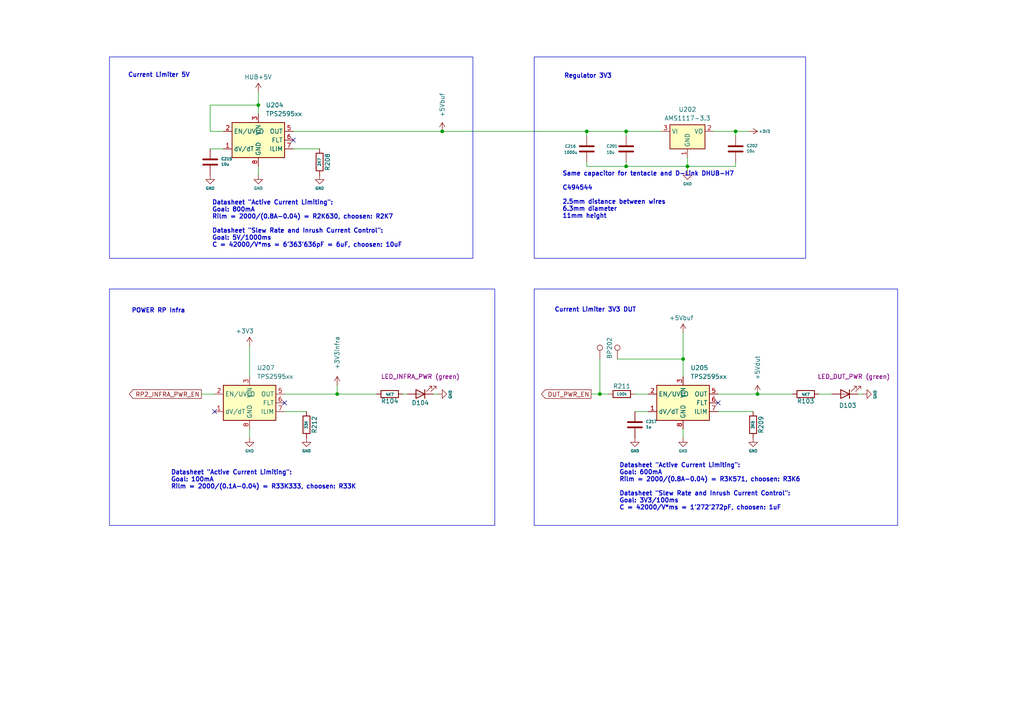
<source format=kicad_sch>
(kicad_sch (version 20250114) (generator "eeschema") (generator_version "9.0")
  (paper "A4")
  (lib_symbols
    (symbol "00_project_library:+3V3infra" (power) (pin_numbers (hide yes)) (pin_names (offset 0) (hide yes))
      (property "Value" "+3V3infra" (at 0 3.556 0))
      (symbol "+3V3infra_0_1"
        (polyline (pts (xy -0.762 1.27) (xy 0 2.54)))
        (polyline (pts (xy 0 2.54) (xy 0.762 1.27)))
        (polyline (pts (xy 0 0) (xy 0 2.54)))
      )
      (symbol "+3V3infra_1_1"
        (pin power_in line (at 0 0 90) (length 0) (name "~") (number "1"))
      )
    )
    (symbol "00_project_library:+5Vbuf" (power) (pin_numbers (hide yes)) (pin_names (offset 0) (hide yes))
      (property "Value" "+5Vbuf" (at 0 3.556 0))
      (symbol "+5Vbuf_0_1"
        (polyline (pts (xy -0.762 1.27) (xy 0 2.54)))
        (polyline (pts (xy 0 2.54) (xy 0.762 1.27)))
        (polyline (pts (xy 0 0) (xy 0 2.54)))
      )
      (symbol "+5Vbuf_1_1"
        (pin power_in line (at 0 0 90) (length 0) (name "~") (number "1"))
      )
    )
    (symbol "00_project_library:+5Vdut" (power) (pin_numbers (hide yes)) (pin_names (offset 0) (hide yes))
      (property "Value" "+5Vdut" (at 0 3.556 0))
      (symbol "+5Vdut_0_1"
        (polyline (pts (xy -0.762 1.27) (xy 0 2.54)))
        (polyline (pts (xy 0 2.54) (xy 0.762 1.27)))
        (polyline (pts (xy 0 0) (xy 0 2.54)))
      )
      (symbol "+5Vdut_1_1"
        (pin power_in line (at 0 0 90) (length 0) (name "~") (number "1"))
      )
    )
    (symbol "00_project_library:AMS1117-3.3"
      (property "Reference" "U" (at -3.81 3.175 0))
      (property "Value" "AMS1117-3.3" (at 0 3.175 0))
      (symbol "AMS1117-3.3_0_1"
        (rectangle (start -5.08 1.905) (end 5.08 -5.08) (stroke (width 0.254)) (fill (type background)))
      )
      (symbol "AMS1117-3.3_1_1"
        (pin power_in line (at -7.62 0 0) (length 2.54) (name "VI") (number "3"))
        (pin power_in line (at 0 -7.62 90) (length 2.54) (name "GND") (number "1"))
        (pin power_out line (at 7.62 0 180) (length 2.54) (name "VO") (number "2"))
      )
    )
    (symbol "00_project_library:C" (pin_numbers (hide yes)) (pin_names (offset 0.254))
      (property "Reference" "C" (at 0.635 2.54 0))
      (property "Value" "C" (at 0.635 -2.54 0))
      (symbol "C_0_1"
        (polyline (pts (xy -2.032 0.762) (xy 2.032 0.762)) (stroke (width 0.508)))
        (polyline (pts (xy -2.032 -0.762) (xy 2.032 -0.762)) (stroke (width 0.508)))
      )
      (symbol "C_1_1"
        (pin passive line (at 0 3.81 270) (length 2.794) (name "~") (number "1"))
        (pin passive line (at 0 -3.81 90) (length 2.794) (name "~") (number "2"))
      )
    )
    (symbol "00_project_library:HUB+5V" (power) (pin_numbers (hide yes)) (pin_names (offset 0) (hide yes))
      (property "Value" "HUB+5V" (at 0 3.556 0))
      (symbol "HUB+5V_0_1"
        (polyline (pts (xy -0.762 1.27) (xy 0 2.54)))
        (polyline (pts (xy 0 2.54) (xy 0.762 1.27)))
        (polyline (pts (xy 0 0) (xy 0 2.54)))
      )
      (symbol "HUB+5V_1_1"
        (pin power_in line (at 0 0 90) (length 0) (name "~") (number "1"))
      )
    )
    (symbol "00_project_library:LED GREEN" (pin_numbers (hide yes)) (pin_names (offset 1.016) (hide yes))
      (property "Reference" "D" (at 0 2.54 0))
      (property "Value" "LED GREEN" (at 0 -2.54 0))
      (symbol "LED GREEN_0_1"
        (polyline (pts (xy -3.048 -0.762) (xy -4.572 -2.286) (xy -3.81 -2.286) (xy -4.572 -2.286) (xy -4.572 -1.524)))
        (polyline (pts (xy -1.778 -0.762) (xy -3.302 -2.286) (xy -2.54 -2.286) (xy -3.302 -2.286) (xy -3.302 -1.524)))
        (polyline (pts (xy -1.27 0) (xy 1.27 0)))
        (polyline (pts (xy -1.27 -1.27) (xy -1.27 1.27)) (stroke (width 0.254)))
        (polyline (pts (xy 1.27 -1.27) (xy 1.27 1.27) (xy -1.27 0) (xy 1.27 -1.27)) (stroke (width 0.254)))
      )
      (symbol "LED GREEN_1_1"
        (pin passive line (at -3.81 0 0) (length 2.54) (name "K") (number "1"))
        (pin passive line (at 3.81 0 180) (length 2.54) (name "A") (number "2"))
      )
    )
    (symbol "00_project_library:TPS2595xx"
      (property "Reference" "U" (at -6.35 6.35 0))
      (property "Value" "TPS2595xx" (at 6.35 6.35 0))
      (symbol "TPS2595xx_0_1"
        (rectangle (start -7.62 5.08) (end 7.62 -5.08) (stroke (width 0.254)) (fill (type background)))
      )
      (symbol "TPS2595xx_1_0"
        (pin power_in line (at 10.16 -7.62 180) (length 2.54) (hide yes) (name "GND") (number "9"))
      )
      (symbol "TPS2595xx_1_1"
        (pin input line (at -10.16 2.54 0) (length 2.54) (name "EN/UVLO") (number "2"))
        (pin input line (at -10.16 -2.54 0) (length 2.54) (name "dV/dT") (number "1"))
        (pin power_in line (at 0 7.62 270) (length 2.54) (name "VIN") (number "3"))
        (pin passive line (at 0 7.62 270) (length 2.54) (hide yes) (name "VIN") (number "4"))
        (pin power_in line (at 0 -7.62 90) (length 2.54) (name "GND") (number "8"))
        (pin power_out line (at 10.16 2.54 180) (length 2.54) (name "OUT") (number "5"))
        (pin output line (at 10.16 0 180) (length 2.54) (name "FLT") (number "6"))
        (pin output line (at 10.16 -2.54 180) (length 2.54) (name "ILIM") (number "7"))
      )
    )
    (symbol "00_project_library:octoprobe_breakout_BP" (pin_numbers (hide yes)) (pin_names (offset 0.762) (hide yes))
      (property "Reference" "BP" (at 0 6.858 0))
      (property "Value" "octoprobe_prototype_board" (at 0 5.08 0))
      (symbol "octoprobe_breakout_BP_0_1"
        (circle (center 0 3.302) (radius 0.762))
      )
      (symbol "octoprobe_breakout_BP_1_1"
        (pin passive line (at 0 0 90) (length 2.54) (name "1") (number "1"))
      )
    )
    (symbol "Device:R" (pin_numbers (hide yes)) (pin_names (offset 0))
      (property "Reference" "R" (at 2.032 0 90))
      (property "Value" "R" (at 0 0 90))
      (symbol "R_0_1"
        (rectangle (start -1.016 -2.54) (end 1.016 2.54) (stroke (width 0.254)))
      )
      (symbol "R_1_1"
        (pin passive line (at 0 3.81 270) (length 1.27) (name "~") (number "1"))
        (pin passive line (at 0 -3.81 90) (length 1.27) (name "~") (number "2"))
      )
    )
    (symbol "power:+3V3" (power) (pin_numbers (hide yes)) (pin_names (offset 0) (hide yes))
      (property "Value" "+3V3" (at 0 3.556 0))
      (symbol "+3V3_0_1"
        (polyline (pts (xy -0.762 1.27) (xy 0 2.54)))
        (polyline (pts (xy 0 2.54) (xy 0.762 1.27)))
        (polyline (pts (xy 0 0) (xy 0 2.54)))
      )
      (symbol "+3V3_1_1"
        (pin power_in line (at 0 0 90) (length 0) (name "~") (number "1"))
      )
    )
    (symbol "power:+5V" (power) (pin_numbers (hide yes)) (pin_names (offset 0) (hide yes))
      (property "Value" "+5V" (at 0 3.556 0))
      (symbol "+5V_0_1"
        (polyline (pts (xy -0.762 1.27) (xy 0 2.54)))
        (polyline (pts (xy 0 2.54) (xy 0.762 1.27)))
        (polyline (pts (xy 0 0) (xy 0 2.54)))
      )
      (symbol "+5V_1_1"
        (pin power_in line (at 0 0 90) (length 0) (name "~") (number "1"))
      )
    )
    (symbol "power:GND" (power) (pin_numbers (hide yes)) (pin_names (offset 0) (hide yes))
      (property "Value" "GND" (at 0 -3.81 0))
      (symbol "GND_0_1"
        (polyline (pts (xy 0 0) (xy 0 -1.27) (xy 1.27 -1.27) (xy 0 -2.54) (xy -1.27 -1.27) (xy 0 -1.27)))
      )
      (symbol "GND_1_1"
        (pin power_in line (at 0 0 270) (length 0) (name "~") (number "1"))
      )
    )
  )
  (rectangle (start 31.75 16.51) (end 137.16 74.93))
  (rectangle (start 31.75 83.82) (end 143.51 152.4))
  (rectangle (start 154.94 16.51) (end 233.68 74.93))
  (rectangle (start 154.94 83.82) (end 260.35 152.4))
  (text "Current Limiter 3V3 DUT" (at 160.782 90.678 0) (effects (font (size 1.27 1.27) (thickness 0.254) (bold yes)) (justify left bottom)))
  (text "Datasheet \"Active Current Limiting\":\nGoal: 600mA\nRilm = 2000/(0.8A-0.04) = R3K571, choosen: R3K6\n\nDatasheet \"Slew Rate and Inrush Current Control\":\nGoal: 3V3/100ms\nC = 42000/V*ms = 1'272'272pF, choosen: 1uF" (at 179.578 148.082 0) (effects (font (size 1.27 1.27) (thickness 0.254) (bold yes)) (justify left bottom)))
  (text "Datasheet \"Active Current Limiting\":\nGoal: 800mA\nRilm = 2000/(0.8A-0.04) = R2K630, choosen: R2K7\n\nDatasheet \"Slew Rate and Inrush Current Control\":\nGoal: 5V/1000ms\nC = 42000/V*ms = 6'363'636pF = 6uF, choosen: 10uF" (at 61.468 71.882 0) (effects (font (size 1.27 1.27) (thickness 0.254) (bold yes)) (justify left bottom)))
  (text "Regulator 3V3" (at 163.576 22.86 0) (effects (font (size 1.27 1.27) (thickness 0.254) (bold yes)) (justify left bottom)))
  (text "Current Limiter 5V" (at 37.084 22.606 0) (effects (font (size 1.27 1.27) (thickness 0.254) (bold yes)) (justify left bottom)))
  (text "Datasheet \"Active Current Limiting\":\nGoal: 100mA\nRilm = 2000/(0.1A-0.04) = R33K333, choosen: R33K" (at 49.53 141.986 0) (effects (font (size 1.27 1.27) (thickness 0.254) (bold yes)) (justify left bottom)))
  (text "POWER RP Infra" (at 38.1 90.932 0) (effects (font (size 1.27 1.27) (thickness 0.254) (bold yes)) (justify left bottom)))
  (text "Same capacitor for tentacle and D-Link DHUB-H7\n\nC494544\n\n2.5mm distance between wires\n6.3mm diameter\n11mm height" (at 163.068 63.5 0) (effects (font (size 1.27 1.27) (thickness 0.254) (bold yes)) (justify left bottom)))
  (junction (at 170.18 38.1))
  (junction (at 181.61 48.26))
  (junction (at 181.61 38.1))
  (junction (at 74.93 30.48))
  (junction (at 199.39 48.26))
  (junction (at 213.36 38.1))
  (junction (at 173.99 114.3))
  (junction (at 97.79 114.3))
  (junction (at 198.12 104.14))
  (junction (at 128.27 38.1))
  (junction (at 219.71 114.3))
  (no_connect (at 62.23 119.38))
  (no_connect (at 85.09 40.64))
  (no_connect (at 208.28 116.84))
  (no_connect (at 82.55 116.84))
  (wire (pts (xy 199.39 45.72) (xy 199.39 48.26)))
  (wire (pts (xy 181.61 38.1) (xy 181.61 39.37)))
  (wire (pts (xy 198.12 104.14) (xy 198.12 96.52)))
  (wire (pts (xy 219.71 114.3) (xy 229.87 114.3)))
  (wire (pts (xy 184.15 119.38) (xy 187.96 119.38)))
  (wire (pts (xy 250.19 114.3) (xy 248.92 114.3)))
  (wire (pts (xy 170.18 48.26) (xy 170.18 46.99)))
  (wire (pts (xy 181.61 48.26) (xy 199.39 48.26)))
  (wire (pts (xy 217.17 38.1) (xy 213.36 38.1)))
  (wire (pts (xy 74.93 50.8) (xy 74.93 48.26)))
  (wire (pts (xy 213.36 46.99) (xy 213.36 48.26)))
  (wire (pts (xy 60.96 38.1) (xy 60.96 30.48)))
  (wire (pts (xy 97.79 111.76) (xy 97.79 114.3)))
  (wire (pts (xy 82.55 114.3) (xy 97.79 114.3)))
  (wire (pts (xy 85.09 43.18) (xy 92.71 43.18)))
  (wire (pts (xy 74.93 26.67) (xy 74.93 30.48)))
  (wire (pts (xy 179.07 104.14) (xy 198.12 104.14)))
  (wire (pts (xy 170.18 38.1) (xy 181.61 38.1)))
  (wire (pts (xy 62.23 114.3) (xy 58.42 114.3)))
  (wire (pts (xy 181.61 38.1) (xy 191.77 38.1)))
  (wire (pts (xy 213.36 39.37) (xy 213.36 38.1)))
  (wire (pts (xy 198.12 127) (xy 198.12 124.46)))
  (wire (pts (xy 181.61 46.99) (xy 181.61 48.26)))
  (wire (pts (xy 128.27 38.1) (xy 170.18 38.1)))
  (wire (pts (xy 208.28 119.38) (xy 218.44 119.38)))
  (wire (pts (xy 97.79 114.3) (xy 109.22 114.3)))
  (wire (pts (xy 125.73 114.3) (xy 127 114.3)))
  (wire (pts (xy 198.12 104.14) (xy 198.12 109.22)))
  (wire (pts (xy 170.18 39.37) (xy 170.18 38.1)))
  (wire (pts (xy 72.39 100.33) (xy 72.39 109.22)))
  (wire (pts (xy 60.96 30.48) (xy 74.93 30.48)))
  (wire (pts (xy 199.39 48.26) (xy 213.36 48.26)))
  (wire (pts (xy 72.39 127) (xy 72.39 124.46)))
  (wire (pts (xy 60.96 43.18) (xy 64.77 43.18)))
  (wire (pts (xy 173.99 104.14) (xy 173.99 114.3)))
  (wire (pts (xy 116.84 114.3) (xy 118.11 114.3)))
  (wire (pts (xy 208.28 114.3) (xy 219.71 114.3)))
  (wire (pts (xy 184.15 114.3) (xy 187.96 114.3)))
  (wire (pts (xy 176.53 114.3) (xy 173.99 114.3)))
  (wire (pts (xy 88.9 119.38) (xy 82.55 119.38)))
  (wire (pts (xy 173.99 114.3) (xy 171.45 114.3)))
  (wire (pts (xy 213.36 38.1) (xy 207.01 38.1)))
  (wire (pts (xy 60.96 38.1) (xy 64.77 38.1)))
  (wire (pts (xy 170.18 48.26) (xy 181.61 48.26)))
  (wire (pts (xy 74.93 30.48) (xy 74.93 33.02)))
  (wire (pts (xy 199.39 48.26) (xy 199.39 49.53)))
  (wire (pts (xy 237.49 114.3) (xy 241.3 114.3)))
  (wire (pts (xy 85.09 38.1) (xy 128.27 38.1)))
  (global_label "RP2_INFRA_PWR_EN" (shape output) (at 58.42 114.3 180) (property "Intersheetrefs" "${INTERSHEET_REFS}" (effects (hide yes))))
  (global_label "DUT_PWR_EN" (shape output) (at 171.45 114.3 180) (property "Intersheetrefs" "${INTERSHEET_REFS}" (effects (hide yes))))
  (symbol (lib_id "00_project_library:+5Vbuf") (at 128.27 38.1 0) (unit 1)
    (property "Reference" "#PWR0224" (effects (hide yes)))
    (property "Value" "+5Vbuf" (at 128.27 34.036 90) (effects (justify left)))
    (property "Description" "Power symbol creates a global label with name \"+5V\"" (effects (hide yes)))
  )
  (symbol (lib_id "Device:R") (at 218.44 123.19 180) (unit 1)
    (property "Reference" "R209" (at 220.726 123.19 90))
    (property "Value" "3K6" (at 218.3384 123.19 90) (effects (font (size 0.8 0.8))))
    (property "Footprint" "Resistor_SMD:R_0603_1608Metric" (effects (hide yes)))
  )
  (symbol (lib_id "00_project_library:+5Vdut") (at 219.71 114.3 0) (unit 1)
    (property "Reference" "#PWR0227" (effects (hide yes)))
    (property "Value" "+5Vdut" (at 219.71 110.236 90) (effects (justify left)))
    (property "Description" "Power symbol creates a global label with name \"+3V3dut\"" (effects (hide yes)))
  )
  (symbol (lib_id "00_project_library:TPS2595xx") (at 198.12 116.84 0) (unit 1)
    (property "Reference" "U205" (at 200.2633 106.68 0) (effects (justify left)))
    (property "Value" "TPS2595xx" (at 200.2633 109.22 0) (effects (justify left)))
    (property "Footprint" "Package_SON:WSON-8-1EP_2x2mm_P0.5mm_EP0.9x1.6mm" (effects (hide yes)))
    (property "Datasheet" "https://www.ti.com/lit/ds/symlink/tps2595.pdf" (effects (hide yes)))
    (property "Description" "5V/12V eFuse Protection Switch (VSON-10)" (effects (hide yes)))
    (property "JLC" "C2155775" (effects (hide yes)))
  )
  (symbol (lib_id "power:GND") (at 88.9 127 0) (unit 1)
    (property "Reference" "#PWR0236" (effects (hide yes)))
    (property "Value" "GND" (at 88.9 130.81 0) (effects (font (size 0.8 0.8))))
    (property "Description" "Power symbol creates a global label with name \"GND\" , ground" (effects (hide yes)))
  )
  (symbol (lib_id "00_project_library:C") (at 184.15 123.19 0) (unit 1)
    (property "Reference" "C217" (at 187.325 122.2756 0) (effects (font (size 0.8 0.8)) (justify left)))
    (property "Value" "1u" (at 187.325 123.825 0) (effects (font (size 0.8 0.8)) (justify left)))
    (property "Footprint" "Capacitor_SMD:C_0402_1005Metric" (effects (hide yes)))
    (property "JLC" "C52923" (effects (hide yes)))
  )
  (symbol (lib_id "00_project_library:LED GREEN") (at 245.11 114.3 180) (unit 1)
    (property "Reference" "D103" (at 245.872 117.602 0))
    (property "Value" "green" (effects (hide yes)))
    (property "Footprint" "LED_SMD:LED_0805_2012Metric" (effects (hide yes)))
    (property "JLC" "C2297" (effects (hide yes)))
    (property "Label" "LED_DUT_PWR (green)" (at 247.65 109.22 0))
  )
  (symbol (lib_id "power:+3V3") (at 217.17 38.1 270) (unit 1)
    (property "Reference" "#PWR0207" (effects (hide yes)))
    (property "Value" "+3V3" (at 221.742 38.1 90) (effects (font (size 0.8 0.8))))
    (property "Description" "Power symbol creates a global label with name \"+3V3\"" (effects (hide yes)))
  )
  (symbol (lib_id "00_project_library:C") (at 181.61 43.18 0) (unit 1)
    (property "Reference" "C201" (at 175.895 42.3926 0) (effects (font (size 0.8 0.8)) (justify left)))
    (property "Value" "10u" (at 175.895 44.196 0) (effects (font (size 0.8 0.8)) (justify left)))
    (property "Footprint" "Capacitor_SMD:C_0603_1608Metric" (effects (hide yes)))
    (property "JLC" "C19702" (effects (hide yes)))
    (property "JLC" "C19702" (effects (hide yes)))
  )
  (symbol (lib_id "Device:R") (at 92.71 46.99 180) (unit 1)
    (property "Reference" "R208" (at 94.996 46.99 90))
    (property "Value" "2K7" (at 92.6084 46.99 90) (effects (font (size 0.8 0.8))))
    (property "Footprint" "Resistor_SMD:R_0603_1608Metric" (effects (hide yes)))
  )
  (symbol (lib_id "Device:R") (at 233.68 114.3 270) (unit 1)
    (property "Reference" "R103" (at 233.68 116.332 90))
    (property "Value" "4K7" (at 233.68 114.4016 90) (effects (font (size 0.8 0.8))))
    (property "Footprint" "Resistor_SMD:R_0805_2012Metric" (effects (hide yes)))
  )
  (symbol (lib_id "00_project_library:TPS2595xx") (at 72.39 116.84 0) (unit 1)
    (property "Reference" "U207" (at 74.5333 106.68 0) (effects (justify left)))
    (property "Value" "TPS2595xx" (at 74.5333 109.22 0) (effects (justify left)))
    (property "Footprint" "Package_SON:WSON-8-1EP_2x2mm_P0.5mm_EP0.9x1.6mm" (effects (hide yes)))
    (property "Datasheet" "https://www.ti.com/lit/ds/symlink/tps2595.pdf" (effects (hide yes)))
    (property "Description" "5V/12V eFuse Protection Switch (VSON-10)" (effects (hide yes)))
    (property "JLC" "C2155775" (effects (hide yes)))
  )
  (symbol (lib_id "power:GND") (at 199.39 49.53 0) (unit 1)
    (property "Reference" "#PWR0205" (effects (hide yes)))
    (property "Value" "GND" (at 199.39 53.34 0) (effects (font (size 0.8 0.8))))
    (property "Description" "Power symbol creates a global label with name \"GND\" , ground" (effects (hide yes)))
  )
  (symbol (lib_id "power:+5V") (at 72.39 100.33 0) (unit 1)
    (property "Reference" "#PWR0229" (effects (hide yes)))
    (property "Value" "+3V3" (at 68.326 96.012 0) (effects (justify left)))
    (property "Description" "Power symbol creates a global label with name \"+5V\"" (effects (hide yes)))
  )
  (symbol (lib_id "power:GND") (at 250.19 114.3 90) (unit 1)
    (property "Reference" "#PWR0105" (effects (hide yes)))
    (property "Value" "GND" (at 253.8222 114.427 0) (effects (font (size 0.8 0.8))))
    (property "Description" "Power symbol creates a global label with name \"GND\" , ground" (effects (hide yes)))
  )
  (symbol (lib_id "power:GND") (at 218.44 127 0) (unit 1)
    (property "Reference" "#PWR0232" (effects (hide yes)))
    (property "Value" "GND" (at 218.44 130.81 0) (effects (font (size 0.8 0.8))))
    (property "Description" "Power symbol creates a global label with name \"GND\" , ground" (effects (hide yes)))
  )
  (symbol (lib_id "00_project_library:C") (at 60.96 46.99 0) (unit 1)
    (property "Reference" "C215" (at 64.135 46.0756 0) (effects (font (size 0.8 0.8)) (justify left)))
    (property "Value" "10u" (at 64.135 47.625 0) (effects (font (size 0.8 0.8)) (justify left)))
    (property "Footprint" "Capacitor_SMD:C_0603_1608Metric" (effects (hide yes)))
    (property "JLC" "C19702" (effects (hide yes)))
    (property "JLC" "C19702" (effects (hide yes)))
  )
  (symbol (lib_id "power:GND") (at 72.39 127 0) (unit 1)
    (property "Reference" "#PWR0235" (effects (hide yes)))
    (property "Value" "GND" (at 72.39 130.81 0) (effects (font (size 0.8 0.8))))
    (property "Description" "Power symbol creates a global label with name \"GND\" , ground" (effects (hide yes)))
  )
  (symbol (lib_id "00_project_library:+3V3infra") (at 97.79 111.76 0) (unit 1)
    (property "Reference" "#PWR0233" (effects (hide yes)))
    (property "Value" "+3V3infra" (at 97.79 107.188 90) (effects (justify left)))
    (property "Description" "Power symbol creates a global label with name \"+3V3infra\"" (effects (hide yes)))
  )
  (symbol (lib_id "power:GND") (at 74.93 50.8 0) (unit 1)
    (property "Reference" "#PWR0215" (effects (hide yes)))
    (property "Value" "GND" (at 74.93 54.61 0) (effects (font (size 0.8 0.8))))
    (property "Description" "Power symbol creates a global label with name \"GND\" , ground" (effects (hide yes)))
  )
  (symbol (lib_id "power:GND") (at 198.12 127 0) (unit 1)
    (property "Reference" "#PWR0225" (effects (hide yes)))
    (property "Value" "GND" (at 198.12 130.81 0) (effects (font (size 0.8 0.8))))
    (property "Description" "Power symbol creates a global label with name \"GND\" , ground" (effects (hide yes)))
  )
  (symbol (lib_id "Device:R") (at 180.34 114.3 270) (unit 1)
    (property "Reference" "R211" (at 180.34 112.014 90))
    (property "Value" "100k" (at 180.34 114.3 90) (effects (font (size 0.8 0.8))))
    (property "Footprint" "Resistor_SMD:R_0402_1005Metric" (effects (hide yes)))
  )
  (symbol (lib_id "00_project_library:octoprobe_breakout_BP") (at 173.99 104.14 0) (unit 1) (in_bom no)
    (property "Reference" "BP201" (effects (hide yes)))
    (property "Value" "octoprobe_prototype_board" (effects (hide yes)))
    (property "Footprint" "00_project_library:octoprobe_breakout_PB" (effects (hide yes)))
    (property "Datasheet" "https://www.roth-elektronik.com/de/produkte/detail/artnr/RE233-LF/category/Laborkarten+Dual+Inline" (effects (hide yes)))
    (property "Description" "Octoprobe Prototype Board" (effects (hide yes)))
  )
  (symbol (lib_id "power:+5V") (at 198.12 96.52 0) (unit 1)
    (property "Reference" "#PWR0202" (effects (hide yes)))
    (property "Value" "+5Vbuf" (at 194.056 92.202 0) (effects (justify left)))
    (property "Description" "Power symbol creates a global label with name \"+5V\"" (effects (hide yes)))
  )
  (symbol (lib_id "power:GND") (at 92.71 50.8 0) (unit 1)
    (property "Reference" "#PWR0217" (effects (hide yes)))
    (property "Value" "GND" (at 92.71 54.61 0) (effects (font (size 0.8 0.8))))
    (property "Description" "Power symbol creates a global label with name \"GND\" , ground" (effects (hide yes)))
  )
  (symbol (lib_id "00_project_library:AMS1117-3.3") (at 199.39 38.1 0) (unit 1)
    (property "Reference" "U202" (at 199.39 31.75 0))
    (property "Value" "AMS1117-3.3" (at 199.39 34.29 0))
    (property "Footprint" "00_project_library:SOT-223-3_TabPin2" (effects (hide yes)))
    (property "Datasheet" "http://www.advanced-monolithic.com/pdf/ds1117.pdf" (effects (hide yes)))
    (property "JLC" "C6186" (effects (hide yes)))
  )
  (symbol (lib_id "00_project_library:TPS2595xx") (at 74.93 40.64 0) (unit 1)
    (property "Reference" "U204" (at 77.0733 30.48 0) (effects (justify left)))
    (property "Value" "TPS2595xx" (at 77.0733 33.02 0) (effects (justify left)))
    (property "Footprint" "Package_SON:WSON-8-1EP_2x2mm_P0.5mm_EP0.9x1.6mm" (effects (hide yes)))
    (property "Datasheet" "https://www.ti.com/lit/ds/symlink/tps2595.pdf" (effects (hide yes)))
    (property "Description" "5V/12V eFuse Protection Switch (VSON-10)" (effects (hide yes)))
    (property "JLC" "C2155775" (effects (hide yes)))
  )
  (symbol (lib_id "00_project_library:octoprobe_breakout_BP") (at 179.07 104.14 0) (unit 1) (in_bom no)
    (property "Reference" "BP202" (at 176.784 104.14 90) (effects (justify left)))
    (property "Value" "octoprobe_prototype_board" (effects (hide yes)))
    (property "Footprint" "00_project_library:octoprobe_breakout_PB" (effects (hide yes)))
    (property "Datasheet" "https://www.roth-elektronik.com/de/produkte/detail/artnr/RE233-LF/category/Laborkarten+Dual+Inline" (effects (hide yes)))
    (property "Description" "Octoprobe Prototype Board" (effects (hide yes)))
  )
  (symbol (lib_id "00_project_library:LED GREEN") (at 121.92 114.3 180) (unit 1)
    (property "Reference" "D104" (at 121.92 116.84 0))
    (property "Value" "green" (effects (hide yes)))
    (property "Footprint" "LED_SMD:LED_0805_2012Metric" (effects (hide yes)))
    (property "JLC" "C2297" (effects (hide yes)))
    (property "Label" "LED_INFRA_PWR (green)" (at 121.92 109.22 0))
  )
  (symbol (lib_id "Device:R") (at 113.03 114.3 270) (unit 1)
    (property "Reference" "R104" (at 113.03 116.332 90))
    (property "Value" "4K7" (at 113.03 114.4016 90) (effects (font (size 0.8 0.8))))
    (property "Footprint" "Resistor_SMD:R_0805_2012Metric" (effects (hide yes)))
  )
  (symbol (lib_id "00_project_library:C") (at 213.36 43.18 0) (unit 1)
    (property "Reference" "C202" (at 216.535 42.2656 0) (effects (font (size 0.8 0.8)) (justify left)))
    (property "Value" "10u" (at 216.535 43.815 0) (effects (font (size 0.8 0.8)) (justify left)))
    (property "Footprint" "Capacitor_SMD:C_0603_1608Metric" (effects (hide yes)))
    (property "JLC" "C19702" (effects (hide yes)))
    (property "JLC" "C19702" (effects (hide yes)))
  )
  (symbol (lib_id "Device:R") (at 88.9 123.19 180) (unit 1)
    (property "Reference" "R212" (at 91.186 123.19 90))
    (property "Value" "33K" (at 88.7984 123.19 90) (effects (font (size 0.8 0.8))))
    (property "Footprint" "Resistor_SMD:R_0402_1005Metric" (effects (hide yes)))
  )
  (symbol (lib_id "00_project_library:HUB+5V") (at 74.93 26.67 0) (unit 1)
    (property "Reference" "#PWR0214" (effects (hide yes)))
    (property "Value" "HUB+5V" (at 70.866 22.352 0) (effects (justify left)))
    (property "Description" "Power symbol creates a global label with name \"+5V\"" (effects (hide yes)))
  )
  (symbol (lib_id "power:GND") (at 127 114.3 90) (unit 1)
    (property "Reference" "#PWR0106" (effects (hide yes)))
    (property "Value" "GND" (at 130.6322 114.427 0) (effects (font (size 0.8 0.8))))
    (property "Description" "Power symbol creates a global label with name \"GND\" , ground" (effects (hide yes)))
  )
  (symbol (lib_id "power:GND") (at 184.15 127 0) (unit 1)
    (property "Reference" "#PWR0226" (effects (hide yes)))
    (property "Value" "GND" (at 184.15 130.81 0) (effects (font (size 0.8 0.8))))
    (property "Description" "Power symbol creates a global label with name \"GND\" , ground" (effects (hide yes)))
  )
  (symbol (lib_id "00_project_library:C") (at 170.18 43.18 0) (unit 1) (in_bom no)
    (property "Reference" "C216" (at 163.83 42.418 0) (effects (font (size 0.8 0.8)) (justify left)))
    (property "Value" "1000u" (at 163.576 44.196 0) (effects (font (size 0.8 0.8)) (justify left)))
    (property "Footprint" "Capacitor_THT:CP_Radial_D8.0mm_P2.50mm" (effects (hide yes)))
    (property "JLC" "C494544" (effects (hide yes)))
  )
  (symbol (lib_id "power:GND") (at 60.96 50.8 0) (unit 1)
    (property "Reference" "#PWR0219" (effects (hide yes)))
    (property "Value" "GND" (at 60.96 54.61 0) (effects (font (size 0.8 0.8))))
    (property "Description" "Power symbol creates a global label with name \"GND\" , ground" (effects (hide yes)))
  )
)
</source>
